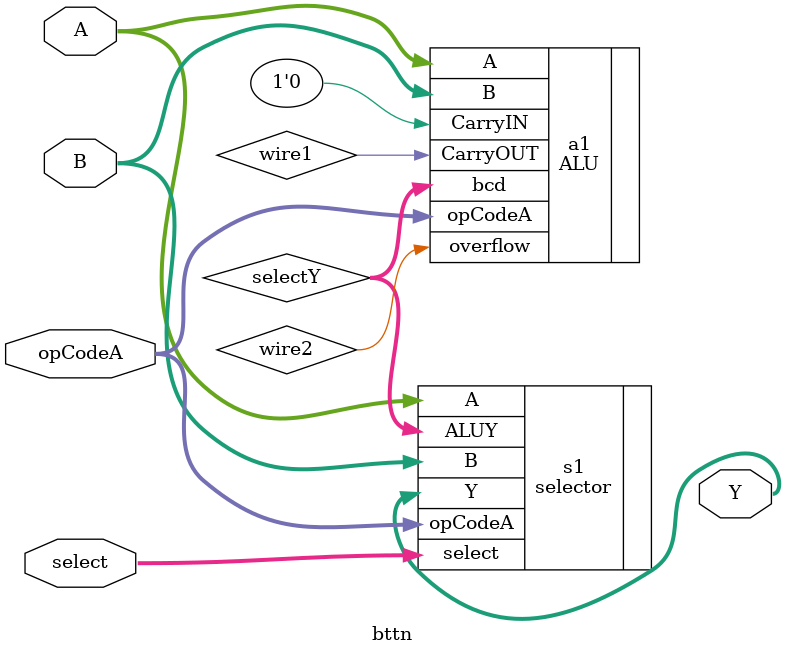
<source format=v>
module bttn (
    input [3:0] A, B,
    input [2:0] opCodeA,
    input [1:0] select,
    output [11:0] Y
);

wire wire1, wire2;
wire [11:0] selectY;
ALU a1(.A(A), .B(B), .opCodeA(opCodeA), .CarryIN(1'b0), .bcd(selectY), .CarryOUT(wire1), .overflow(wire2));
selector s1(.A(A), .B(B), .opCodeA(opCodeA), .select(select), .ALUY(selectY), .Y(Y));

endmodule

</source>
